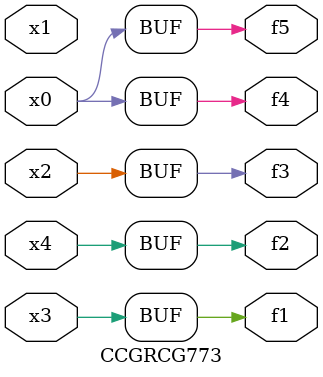
<source format=v>
module CCGRCG773(
	input x0, x1, x2, x3, x4,
	output f1, f2, f3, f4, f5
);
	assign f1 = x3;
	assign f2 = x4;
	assign f3 = x2;
	assign f4 = x0;
	assign f5 = x0;
endmodule

</source>
